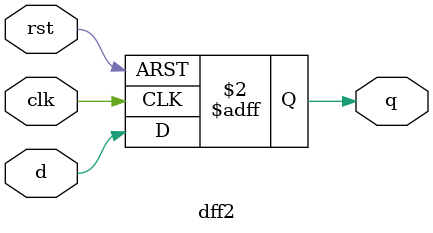
<source format=v>
`timescale 1ns/1ps 

module common_pulse_sync(

    input pulse,
    input fastclk,  //200MHz
    input slowclk,  //100MHz
    input rst,      //async_reset
    output busy,
    output pulse_sync


);
wire d1;

wire qA1,qA2,qA3;
wire qB1,qB2,qB3;

assign d1 = pulse ? 1'b1: qB3 ? 1'b0 : qA1;
assign pulse_sync = qA2 & !qA3;

dff2 uA1 (.d(d1), .clk(fastclk), .q(qA1), .rst(rst));
dff2 uB1 (.d(qA1), .clk(slowclk), .q(qB1), .rst(rst));
dff2 uB2 (.d(qB1), .clk(slowclk), .q(qB2), .rst(rst));
dff2 uB3 (.d(qB2), .clk(slowclk), .q(qB3), .rst(rst));
dff2 uA2 (.d(qB2), .clk(fastclk), .q(qA2), .rst(rst));
dff2 uA3 (.d(qA2), .clk(fastclk), .q(qA3), .rst(rst));

assign busy = qA3 | qA1;



endmodule

// Simple Module dflipflop
module dff2(

    input d,
    input clk,
    input rst,
    output reg q

);

always @ ( posedge clk, posedge rst)
begin 
    if (rst)
        q <=0;
    else
        q <=d;
end

endmodule
</source>
